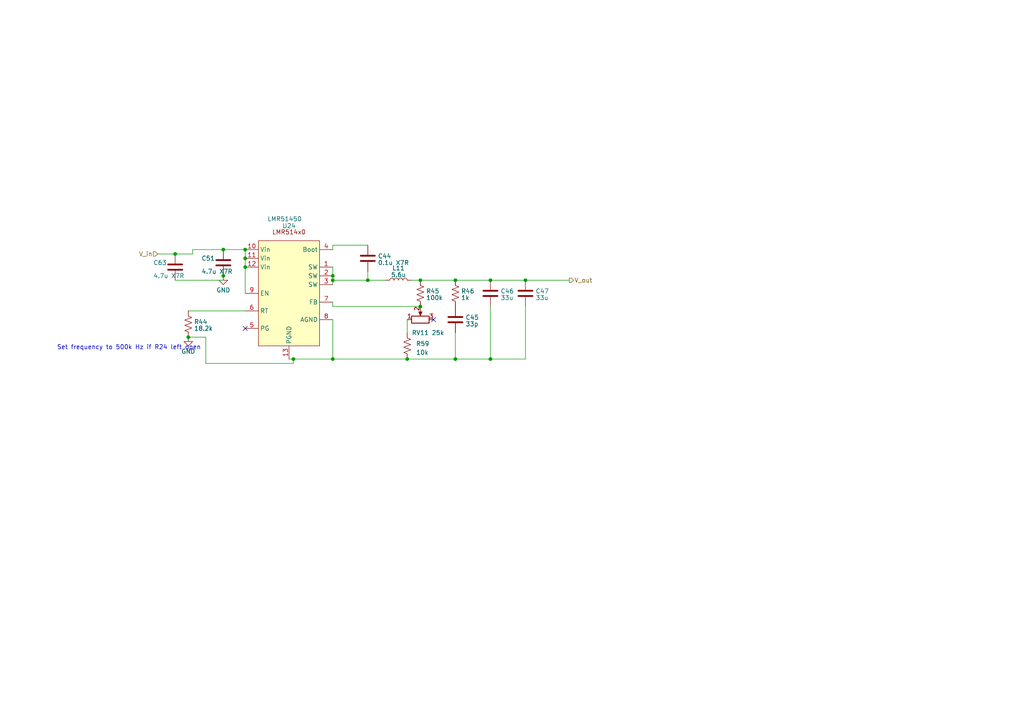
<source format=kicad_sch>
(kicad_sch (version 20230121) (generator eeschema)
  (paper "A4")
  (lib_symbols
    (symbol "Device:C" (pin_numbers hide) (pin_names (offset 0.254))
      (property "Reference" "C" (at 0.635 2.54 0))
      (property "Value" "C" (at 0.635 -2.54 0))
      (symbol "C_0_1"
        (polyline (pts (xy -2.032 -0.762) (xy 2.032 -0.762)) (stroke (width 0.508)))
        (polyline (pts (xy -2.032 0.762) (xy 2.032 0.762)) (stroke (width 0.508)))
      )
      (symbol "C_1_1"
        (pin passive line (at 0 3.81 270) (length 2.794) (name "~") (number "1"))
        (pin passive line (at 0 -3.81 90) (length 2.794) (name "~") (number "2"))
      )
    )
    (symbol "Device:L" (pin_numbers hide) (pin_names (offset 1.016) hide)
      (property "Reference" "L" (at -1.27 0 90))
      (property "Value" "L" (at 1.905 0 90))
      (symbol "L_0_1"
        (arc (start 0 -2.54) (mid 0.6323 -1.905) (end 0 -1.27))
        (arc (start 0 -1.27) (mid 0.6323 -0.635) (end 0 0))
        (arc (start 0 0) (mid 0.6323 0.635) (end 0 1.27))
        (arc (start 0 1.27) (mid 0.6323 1.905) (end 0 2.54))
      )
      (symbol "L_1_1"
        (pin passive line (at 0 3.81 270) (length 1.27) (name "1") (number "1"))
        (pin passive line (at 0 -3.81 90) (length 1.27) (name "2") (number "2"))
      )
    )
    (symbol "Device:R_Potentiometer" (pin_names (offset 1.016) hide)
      (property "Reference" "RV" (at -4.445 0 90))
      (property "Value" "R_Potentiometer" (at -2.54 0 90))
      (symbol "R_Potentiometer_0_1"
        (polyline (pts (xy 2.54 0) (xy 1.524 0)))
        (polyline (pts (xy 1.143 0) (xy 2.286 0.508) (xy 2.286 -0.508) (xy 1.143 0)) (fill (type outline)))
        (rectangle (start 1.016 2.54) (end -1.016 -2.54) (stroke (width 0.254)))
      )
      (symbol "R_Potentiometer_1_1"
        (pin passive line (at 0 3.81 270) (length 1.27) (name "1") (number "1"))
        (pin passive line (at 3.81 0 180) (length 1.27) (name "2") (number "2"))
        (pin passive line (at 0 -3.81 90) (length 1.27) (name "3") (number "3"))
      )
    )
    (symbol "Device:R_US" (pin_numbers hide) (pin_names (offset 0))
      (property "Reference" "R" (at 2.54 0 90))
      (property "Value" "R_US" (at -2.54 0 90))
      (symbol "R_US_0_1"
        (polyline (pts (xy 0 -2.286) (xy 0 -2.54)))
        (polyline (pts (xy 0 2.286) (xy 0 2.54)))
        (polyline (pts (xy 0 -0.762) (xy 1.016 -1.143) (xy 0 -1.524) (xy -1.016 -1.905) (xy 0 -2.286)))
        (polyline (pts (xy 0 0.762) (xy 1.016 0.381) (xy 0 0) (xy -1.016 -0.381) (xy 0 -0.762)))
        (polyline (pts (xy 0 2.286) (xy 1.016 1.905) (xy 0 1.524) (xy -1.016 1.143) (xy 0 0.762)))
      )
      (symbol "R_US_1_1"
        (pin passive line (at 0 3.81 270) (length 1.27) (name "~") (number "1"))
        (pin passive line (at 0 -3.81 90) (length 1.27) (name "~") (number "2"))
      )
    )
    (symbol "LMR514x0:LMR514x0"
      (property "Reference" "U" (at 6.35 -8.89 0))
      (symbol "LMR514x0_1_1"
        (rectangle (start -2.54 3.81) (end 15.24 -26.67) (fill (type background)))
        (text "LMR514x0" (at 6.35 6.35 0) (effects (font (size 1.27 1.27))))
        (pin bidirectional line (at 19.05 -3.81 180) (length 3.81) (name "SW") (number "1"))
        (pin power_in line (at -6.35 1.27 0) (length 3.81) (name "Vin") (number "10"))
        (pin power_in line (at -6.35 -1.27 0) (length 3.81) (name "Vin") (number "11"))
        (pin power_in line (at -6.35 -3.81 0) (length 3.81) (name "Vin") (number "12"))
        (pin bidirectional line (at 6.35 -30.48 90) (length 3.81) (name "PGND") (number "13"))
        (pin bidirectional line (at 19.05 -6.35 180) (length 3.81) (name "SW") (number "2"))
        (pin bidirectional line (at 19.05 -8.89 180) (length 3.81) (name "SW") (number "3"))
        (pin bidirectional line (at 19.05 1.27 180) (length 3.81) (name "Boot") (number "4"))
        (pin bidirectional line (at -6.35 -21.59 0) (length 3.81) (name "PG") (number "5"))
        (pin bidirectional line (at -6.35 -16.51 0) (length 3.81) (name "RT") (number "6"))
        (pin bidirectional line (at 19.05 -13.97 180) (length 3.81) (name "FB") (number "7"))
        (pin bidirectional line (at 19.05 -19.05 180) (length 3.81) (name "AGND") (number "8"))
        (pin power_in line (at -6.35 -11.43 0) (length 3.81) (name "EN") (number "9"))
      )
    )
    (symbol "power:GND" (power) (pin_names (offset 0))
      (property "Value" "GND" (at 0 -3.81 0))
      (symbol "GND_0_1"
        (polyline (pts (xy 0 0) (xy 0 -1.27) (xy 1.27 -1.27) (xy 0 -2.54) (xy -1.27 -1.27) (xy 0 -1.27)))
      )
      (symbol "GND_1_1"
        (pin power_in line (at 0 0 270) (length 0) hide (name "GND") (number "1"))
      )
    )
  )
  (junction (at 121.92 88.9))
  (junction (at 71.12 72.39))
  (junction (at 118.11 104.14))
  (junction (at 152.4 81.28))
  (junction (at 85.09 104.14))
  (junction (at 71.12 74.93))
  (junction (at 132.08 104.14))
  (junction (at 142.24 81.28))
  (junction (at 96.52 104.14))
  (junction (at 121.92 81.28))
  (junction (at 96.52 81.28))
  (junction (at 132.08 81.28))
  (junction (at 64.77 72.39))
  (junction (at 106.68 81.28))
  (junction (at 50.8 73.66))
  (junction (at 54.61 97.79))
  (junction (at 64.77 80.01))
  (junction (at 71.12 77.47))
  (junction (at 96.52 80.01))
  (junction (at 142.24 104.14))
  (no_connect (at 71.12 95.25))
  (no_connect (at 125.73 92.71))
  (wire (pts (xy 96.52 88.9) (xy 121.92 88.9)))
  (wire (pts (xy 142.24 104.14) (xy 132.08 104.14)))
  (wire (pts (xy 59.69 105.41) (xy 59.69 97.79)))
  (wire (pts (xy 142.24 88.9) (xy 142.24 104.14)))
  (wire (pts (xy 106.68 81.28) (xy 111.76 81.28)))
  (wire (pts (xy 96.52 81.28) (xy 96.52 82.55)))
  (wire (pts (xy 71.12 74.93) (xy 71.12 72.39)))
  (wire (pts (xy 96.52 80.01) (xy 96.52 77.47)))
  (wire (pts (xy 118.11 92.71) (xy 118.11 96.52)))
  (wire (pts (xy 96.52 81.28) (xy 106.68 81.28)))
  (wire (pts (xy 50.8 73.66) (xy 55.88 73.66)))
  (wire (pts (xy 96.52 80.01) (xy 96.52 81.28)))
  (wire (pts (xy 45.72 73.66) (xy 50.8 73.66)))
  (wire (pts (xy 50.8 81.28) (xy 64.77 81.28)))
  (wire (pts (xy 85.09 105.41) (xy 59.69 105.41)))
  (wire (pts (xy 96.52 71.12) (xy 106.68 71.12)))
  (wire (pts (xy 96.52 92.71) (xy 96.52 104.14)))
  (wire (pts (xy 64.77 72.39) (xy 71.12 72.39)))
  (wire (pts (xy 83.82 104.14) (xy 85.09 104.14)))
  (wire (pts (xy 132.08 96.52) (xy 132.08 104.14)))
  (wire (pts (xy 96.52 104.14) (xy 118.11 104.14)))
  (wire (pts (xy 106.68 78.74) (xy 106.68 81.28)))
  (wire (pts (xy 54.61 90.17) (xy 71.12 90.17)))
  (wire (pts (xy 119.38 81.28) (xy 121.92 81.28)))
  (wire (pts (xy 55.88 72.39) (xy 64.77 72.39)))
  (wire (pts (xy 132.08 81.28) (xy 142.24 81.28)))
  (wire (pts (xy 59.69 97.79) (xy 54.61 97.79)))
  (wire (pts (xy 142.24 81.28) (xy 152.4 81.28)))
  (wire (pts (xy 71.12 77.47) (xy 71.12 85.09)))
  (wire (pts (xy 71.12 77.47) (xy 71.12 74.93)))
  (wire (pts (xy 118.11 104.14) (xy 132.08 104.14)))
  (wire (pts (xy 121.92 81.28) (xy 132.08 81.28)))
  (wire (pts (xy 55.88 73.66) (xy 55.88 72.39)))
  (wire (pts (xy 152.4 88.9) (xy 152.4 104.14)))
  (wire (pts (xy 85.09 104.14) (xy 85.09 105.41)))
  (wire (pts (xy 64.77 80.01) (xy 64.77 81.28)))
  (wire (pts (xy 85.09 104.14) (xy 96.52 104.14)))
  (wire (pts (xy 96.52 72.39) (xy 96.52 71.12)))
  (wire (pts (xy 96.52 88.9) (xy 96.52 87.63)))
  (wire (pts (xy 152.4 81.28) (xy 165.1 81.28)))
  (wire (pts (xy 152.4 104.14) (xy 142.24 104.14)))
  (text "Set frequency to 500k Hz if R24 left open" (at 16.51 101.6 0) (effects (font (size 1.27 1.27)) (justify left bottom)))
  (hierarchical_label "V_in" (shape input) (at 45.72 73.66 180))
  (hierarchical_label "V_out" (shape output) (at 165.1 81.28 0))
  (symbol (lib_id "Device:C") (at 106.68 74.93 0) (unit 1)
    (property "Reference" "C44" (at 109.601 74.2863 0) (effects (justify left)))
    (property "Value" "0.1u X7R" (at 109.601 76.2073 0) (effects (justify left)))
    (property "Footprint" "Capacitor_SMD:C_1210_3225Metric_Pad1.33x2.70mm_HandSolder" (effects hide))
    (property "Description" "CAP CER 0.1UF 200V X7R 1210" (effects hide))
    (property "MANUFACTURER" "KGM32HR72D104KU" (effects hide))
    (property "Purchase" "https://www.digikey.com/en/products/detail/kyocera-avx/KGM32HR72D104KU/1116341" (effects hide))
    (instances (project "augertapowermanagement" (path "" (reference "C44") (unit 1)) (path "" (reference "C4") (unit 1)) (path "" (reference "C8") (unit 1)) (path "" (reference "C12") (unit 1)) (path "" (reference "C16") (unit 1)) (path "" (reference "C20") (unit 1)) (path "" (reference "C24") (unit 1)) (path "" (reference "C28") (unit 1)) (path "" (reference "C32") (unit 1)) (path "" (reference "C36") (unit 1)) (path "" (reference "C40") (unit 1))))
  )
  (symbol (lib_id "Device:C") (at 152.4 85.09 0) (unit 1)
    (property "Reference" "C47" (at 155.321 84.4463 0) (effects (justify left)))
    (property "Value" "33u" (at 155.321 86.3673 0) (effects (justify left)))
    (property "Footprint" "Capacitor_SMD:C_1206_3216Metric_Pad1.33x1.80mm_HandSolder" (effects hide))
    (property "Description" "CAP CER 33UF 25V X5R 1206" (effects hide))
    (property "MANUFACTURER" "C3216X5R1E336M160AC" (effects hide))
    (property "Purchase" "https://www.digikey.com/en/products/detail/tdk-corporation/C3216X5R1E336M160AC/2792259" (effects hide))
    (instances (project "augertapowermanagement" (path "" (reference "C47") (unit 1)) (path "" (reference "C7") (unit 1)) (path "" (reference "C11") (unit 1)) (path "" (reference "C15") (unit 1)) (path "" (reference "C19") (unit 1)) (path "" (reference "C23") (unit 1)) (path "" (reference "C27") (unit 1)) (path "" (reference "C31") (unit 1)) (path "" (reference "C35") (unit 1)) (path "" (reference "C39") (unit 1)) (path "" (reference "C43") (unit 1))))
  )
  (symbol (lib_id "Device:R_US") (at 118.11 100.33 0) (unit 1)
    (property "Reference" "R59" (at 120.65 99.695 0) (effects (justify left)))
    (property "Value" "10k" (at 120.65 102.235 0) (effects (justify left)))
    (property "Footprint" "Resistor_SMD:R_1206_3216Metric_Pad1.30x1.75mm_HandSolder" (effects hide))
    (property "Description" "RES 1M OHM 1% 1/2W 1206" (effects hide))
    (property "MANUFACTURER" "CRGP1206F1M0" (effects hide))
    (property "Purchase" "https://www.digikey.com/en/products/detail/te-connectivity-passive-product/CRGP1206F1M0/8577176" (effects hide))
    (instances (project "augertapowermanagement" (path "" (reference "R59") (unit 1)) (path "" (reference "R49") (unit 1)) (path "" (reference "R50") (unit 1)) (path "" (reference "R51") (unit 1)) (path "" (reference "R52") (unit 1)) (path "" (reference "R53") (unit 1)) (path "" (reference "R54") (unit 1)) (path "" (reference "R55") (unit 1)) (path "" (reference "R56") (unit 1)) (path "" (reference "R57") (unit 1)) (path "" (reference "R58") (unit 1))))
  )
  (symbol (lib_id "Device:C") (at 142.24 85.09 0) (unit 1)
    (property "Reference" "C46" (at 145.161 84.4463 0) (effects (justify left)))
    (property "Value" "33u" (at 145.161 86.3673 0) (effects (justify left)))
    (property "Footprint" "Capacitor_SMD:C_1206_3216Metric_Pad1.33x1.80mm_HandSolder" (effects hide))
    (property "Description" "CAP CER 33UF 25V X5R 1206" (effects hide))
    (property "MANUFACTURER" "C3216X5R1E336M160AC" (effects hide))
    (property "Purchase" "https://www.digikey.com/en/products/detail/tdk-corporation/C3216X5R1E336M160AC/2792259" (effects hide))
    (instances (project "augertapowermanagement" (path "" (reference "C46") (unit 1)) (path "" (reference "C6") (unit 1)) (path "" (reference "C10") (unit 1)) (path "" (reference "C14") (unit 1)) (path "" (reference "C18") (unit 1)) (path "" (reference "C22") (unit 1)) (path "" (reference "C26") (unit 1)) (path "" (reference "C30") (unit 1)) (path "" (reference "C34") (unit 1)) (path "" (reference "C38") (unit 1)) (path "" (reference "C42") (unit 1))))
  )
  (symbol (lib_id "LMR514x0:LMR514x0") (at 77.47 73.66 0) (unit 1)
    (property "Reference" "U24" (at 83.82 65.5145 0))
    (property "Value" "LMR51450" (at 82.55 63.5 0))
    (property "Footprint" "LMR51:WSON_SDRRR_TEX-M" (effects hide))
    (property "Description" "IC REG BUCK ADJ 5A 12WSON" (effects hide))
    (property "MANUFACTURER" "LMR51450FNDRRR" (effects hide))
    (property "Purchase" "https://www.digikey.com/en/products/detail/texas-instruments/LMR51450FNDRRR/17394915" (effects hide))
    (instances (project "augertapowermanagement" (path "" (reference "U24") (unit 1)) (path "" (reference "U14") (unit 1)) (path "" (reference "U15") (unit 1)) (path "" (reference "U16") (unit 1)) (path "" (reference "U17") (unit 1)) (path "" (reference "U18") (unit 1)) (path "" (reference "U19") (unit 1)) (path "" (reference "U20") (unit 1)) (path "" (reference "U21") (unit 1)) (path "" (reference "U22") (unit 1)) (path "" (reference "U23") (unit 1))))
  )
  (symbol (lib_id "Device:L") (at 115.57 81.28 90) (unit 1)
    (property "Reference" "L11" (at 115.57 77.7647 90))
    (property "Value" "5.6u" (at 115.57 79.6857 90))
    (property "Footprint" "Inductor_SMD:L_Bourns_SRP1770TA_16.9x16.9mm" (effects hide))
    (property "Description" "FIXED IND 5.6UH 24A 6.8 MOHM SMD" (effects hide))
    (property "MANUFACTURER" "SRP1770C-5R6M" (effects hide))
    (property "Purchase" "https://www.digikey.com/en/products/detail/bourns-inc/SRP1770C-5R6M/10249071" (effects hide))
    (instances (project "augertapowermanagement" (path "" (reference "L11") (unit 1)) (path "" (reference "L1") (unit 1)) (path "" (reference "L2") (unit 1)) (path "" (reference "L3") (unit 1)) (path "" (reference "L4") (unit 1)) (path "" (reference "L5") (unit 1)) (path "" (reference "L6") (unit 1)) (path "" (reference "L7") (unit 1)) (path "" (reference "L8") (unit 1)) (path "" (reference "L9") (unit 1)) (path "" (reference "L10") (unit 1))))
  )
  (symbol (lib_id "Device:C") (at 132.08 92.71 0) (unit 1)
    (property "Reference" "C45" (at 135.001 92.0663 0) (effects (justify left)))
    (property "Value" "33p" (at 135.001 93.9873 0) (effects (justify left)))
    (property "Footprint" "Capacitor_SMD:C_1210_3225Metric_Pad1.33x2.70mm_HandSolder" (effects hide))
    (property "Description" "Multilayer Ceramic Capacitors MLCC - SMD/SMT 200V 33 pF 0.05 ULTRA LOW ESR" (effects hide))
    (property "MANUFACTURER" "12102U330JAT2A" (effects hide))
    (property "Purchase" "https://www.mouser.com/ProductDetail/KYOCERA-AVX/12102U330JAT2A?qs=Si5KMF%252BzaWIH9qeLgPv8dg%3D%3D" (effects hide))
    (instances (project "augertapowermanagement" (path "" (reference "C45") (unit 1)) (path "" (reference "C5") (unit 1)) (path "" (reference "C9") (unit 1)) (path "" (reference "C13") (unit 1)) (path "" (reference "C17") (unit 1)) (path "" (reference "C21") (unit 1)) (path "" (reference "C25") (unit 1)) (path "" (reference "C29") (unit 1)) (path "" (reference "C33") (unit 1)) (path "" (reference "C37") (unit 1)) (path "" (reference "C41") (unit 1))))
  )
  (symbol (lib_id "power:GND") (at 64.77 80.01 0) (unit 1)
    (property "Reference" "#PWR063" (effects hide))
    (property "Value" "GND" (at 64.77 84.1455 0))
    (instances (project "augertapowermanagement" (path "" (reference "#PWR063") (unit 1)) (path "" (reference "#PWR053") (unit 1)) (path "" (reference "#PWR054") (unit 1)) (path "" (reference "#PWR055") (unit 1)) (path "" (reference "#PWR056") (unit 1)) (path "" (reference "#PWR057") (unit 1)) (path "" (reference "#PWR058") (unit 1)) (path "" (reference "#PWR059") (unit 1)) (path "" (reference "#PWR060") (unit 1)) (path "" (reference "#PWR061") (unit 1)) (path "" (reference "#PWR062") (unit 1))))
  )
  (symbol (lib_id "Device:R_Potentiometer") (at 121.92 92.71 90) (unit 1)
    (property "Reference" "RV11" (at 121.92 96.52 90))
    (property "Value" "25k" (at 127 96.52 90))
    (property "Footprint" "Potentiometer_SMD:Potentiometer_Bourns_3314J_Vertical" (effects hide))
    (property "Description" "TRIMMER 25K OHM 0.25W J LEAD TOP" (effects hide))
    (property "MANUFACTURER" "3314J-1-253E" (effects hide))
    (property "Purchase" "https://www.digikey.com/en/products/detail/bourns-inc/3314J-1-253E/86643" (effects hide))
    (instances (project "augertapowermanagement" (path "" (reference "RV11") (unit 1)) (path "" (reference "RV1") (unit 1)) (path "" (reference "RV2") (unit 1)) (path "" (reference "RV3") (unit 1)) (path "" (reference "RV4") (unit 1)) (path "" (reference "RV5") (unit 1)) (path "" (reference "RV6") (unit 1)) (path "" (reference "RV7") (unit 1)) (path "" (reference "RV8") (unit 1)) (path "" (reference "RV9") (unit 1)) (path "" (reference "RV10") (unit 1))))
  )
  (symbol (lib_id "Device:C") (at 50.8 77.47 0) (unit 1)
    (property "Reference" "C63" (at 44.45 76.2 0) (effects (justify left)))
    (property "Value" "4.7u X7R" (at 44.45 80.01 0) (effects (justify left)))
    (property "Footprint" "Capacitor_SMD:C_1210_3225Metric_Pad1.33x2.70mm_HandSolder" (effects hide))
    (property "Description" "CAP CER 4.7UF 50V X7R 1210" (effects hide))
    (property "MANUFACTURER" "CL32B475KBUYNNE" (effects hide))
    (property "Purchase" "https://www.digikey.com/en/products/detail/samsung-electro-mechanics/CL32B475KBUYNNE/3886950" (effects hide))
    (instances (project "augertapowermanagement" (path "" (reference "C63") (unit 1)) (path "" (reference "C60") (unit 1)) (path "" (reference "C61") (unit 1)) (path "" (reference "C62") (unit 1)) (path "" (reference "C64") (unit 1)) (path "" (reference "C65") (unit 1)) (path "" (reference "C66") (unit 1)) (path "" (reference "C67") (unit 1)) (path "" (reference "C68") (unit 1)) (path "" (reference "C69") (unit 1)) (path "" (reference "C70") (unit 1))))
  )
  (symbol (lib_id "Device:R_US") (at 132.08 85.09 0) (unit 1)
    (property "Reference" "R46" (at 133.731 84.4463 0) (effects (justify left)))
    (property "Value" "1k" (at 133.731 86.3673 0) (effects (justify left)))
    (property "Footprint" "Resistor_SMD:R_1206_3216Metric_Pad1.30x1.75mm_HandSolder" (effects hide))
    (property "Description" "RES 1K OHM 1% 1/2W 1206" (effects hide))
    (property "MANUFACTURER" "RNCP1206FTD1K00" (effects hide))
    (property "Purchase" "https://www.digikey.com/en/products/detail/stackpole-electronics-inc/RNCP1206FTD1K00/2240337" (effects hide))
    (instances (project "augertapowermanagement" (path "" (reference "R46") (unit 1)) (path "" (reference "R16") (unit 1)) (path "" (reference "R19") (unit 1)) (path "" (reference "R22") (unit 1)) (path "" (reference "R25") (unit 1)) (path "" (reference "R28") (unit 1)) (path "" (reference "R31") (unit 1)) (path "" (reference "R34") (unit 1)) (path "" (reference "R37") (unit 1)) (path "" (reference "R40") (unit 1)) (path "" (reference "R43") (unit 1))))
  )
  (symbol (lib_id "Device:R_US") (at 121.92 85.09 0) (unit 1)
    (property "Reference" "R45" (at 123.571 84.4463 0) (effects (justify left)))
    (property "Value" "100k" (at 123.571 86.3673 0) (effects (justify left)))
    (property "Footprint" "Resistor_SMD:R_1206_3216Metric_Pad1.30x1.75mm_HandSolder" (effects hide))
    (property "Description" "RES SMD 100K OHM 0.1% 1/4W 1206" (effects hide))
    (property "MANUFACTURER" "RG3216P-1003-B-T1" (effects hide))
    (property "Purchase" "https://www.digikey.com/en/products/detail/susumu/RG3216P-1003-B-T1/1272606" (effects hide))
    (instances (project "augertapowermanagement" (path "" (reference "R45") (unit 1)) (path "" (reference "R15") (unit 1)) (path "" (reference "R18") (unit 1)) (path "" (reference "R21") (unit 1)) (path "" (reference "R24") (unit 1)) (path "" (reference "R27") (unit 1)) (path "" (reference "R30") (unit 1)) (path "" (reference "R33") (unit 1)) (path "" (reference "R36") (unit 1)) (path "" (reference "R39") (unit 1)) (path "" (reference "R42") (unit 1))))
  )
  (symbol (lib_id "Device:C") (at 64.77 76.2 0) (unit 1)
    (property "Reference" "C51" (at 58.42 74.93 0) (effects (justify left)))
    (property "Value" "4.7u X7R" (at 58.42 78.74 0) (effects (justify left)))
    (property "Footprint" "Capacitor_SMD:C_1210_3225Metric_Pad1.33x2.70mm_HandSolder" (effects hide))
    (property "Description" "CAP CER 4.7UF 50V X7R 1210" (effects hide))
    (property "MANUFACTURER" "CL32B475KBUYNNE" (effects hide))
    (property "Purchase" "https://www.digikey.com/en/products/detail/samsung-electro-mechanics/CL32B475KBUYNNE/3886950" (effects hide))
    (instances (project "augertapowermanagement" (path "" (reference "C51") (unit 1)) (path "" (reference "C48") (unit 1)) (path "" (reference "C49") (unit 1)) (path "" (reference "C50") (unit 1)) (path "" (reference "C52") (unit 1)) (path "" (reference "C53") (unit 1)) (path "" (reference "C54") (unit 1)) (path "" (reference "C55") (unit 1)) (path "" (reference "C56") (unit 1)) (path "" (reference "C57") (unit 1)) (path "" (reference "C58") (unit 1))))
  )
  (symbol (lib_id "Device:R_US") (at 54.61 93.98 0) (unit 1)
    (property "Reference" "R44" (at 56.261 93.3363 0) (effects (justify left)))
    (property "Value" "18.2k" (at 56.261 95.2573 0) (effects (justify left)))
    (property "Footprint" "Resistor_SMD:R_1206_3216Metric_Pad1.30x1.75mm_HandSolder" (effects hide))
    (property "Description" "RES 18.2K OHM 1% 1/4W 1206" (effects hide))
    (property "MANUFACTURER" "RC1206FR-0718K2L" (effects hide))
    (property "Purchase" "https://www.digikey.com/en/products/detail/yageo/RC1206FR-0718K2L/728594" (effects hide))
    (instances (project "augertapowermanagement" (path "" (reference "R44") (unit 1)) (path "" (reference "R14") (unit 1)) (path "" (reference "R17") (unit 1)) (path "" (reference "R20") (unit 1)) (path "" (reference "R23") (unit 1)) (path "" (reference "R26") (unit 1)) (path "" (reference "R29") (unit 1)) (path "" (reference "R32") (unit 1)) (path "" (reference "R35") (unit 1)) (path "" (reference "R38") (unit 1)) (path "" (reference "R41") (unit 1))))
  )
  (symbol (lib_id "power:GND") (at 54.61 97.79 0) (unit 1)
    (property "Reference" "#PWR047" (effects hide))
    (property "Value" "GND" (at 54.61 101.9255 0))
    (instances (project "augertapowermanagement" (path "" (reference "#PWR047") (unit 1)) (path "" (reference "#PWR037") (unit 1)) (path "" (reference "#PWR038") (unit 1)) (path "" (reference "#PWR039") (unit 1)) (path "" (reference "#PWR040") (unit 1)) (path "" (reference "#PWR041") (unit 1)) (path "" (reference "#PWR042") (unit 1)) (path "" (reference "#PWR043") (unit 1)) (path "" (reference "#PWR044") (unit 1)) (path "" (reference "#PWR045") (unit 1)) (path "" (reference "#PWR046") (unit 1))))
  )
)
</source>
